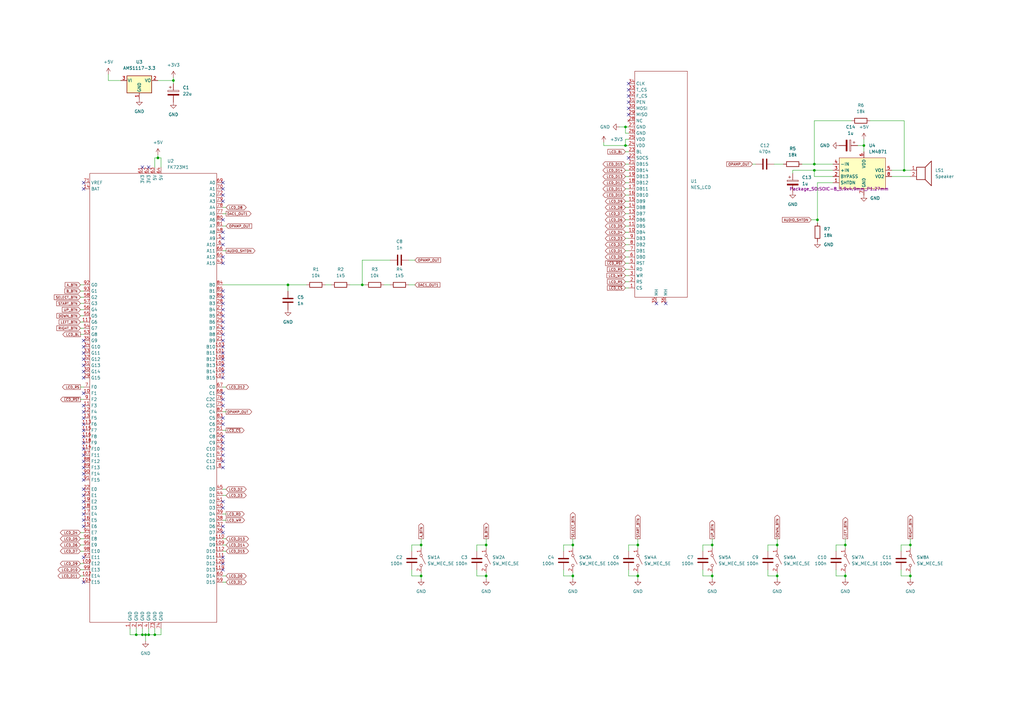
<source format=kicad_sch>
(kicad_sch (version 20230121) (generator eeschema)
  (paper "A3")
  (lib_symbols
    (symbol "Device:C" (pin_numbers hide) (pin_names (offset 0.254))
      (property "Reference" "C" (at 0.635 2.54 0))
      (property "Value" "C" (at 0.635 -2.54 0))
      (symbol "C_0_1"
        (polyline (pts (xy -2.032 -0.762) (xy 2.032 -0.762)) (stroke (width 0.508)))
        (polyline (pts (xy -2.032 0.762) (xy 2.032 0.762)) (stroke (width 0.508)))
      )
      (symbol "C_1_1"
        (pin passive line (at 0 3.81 270) (length 2.794) (name "~") (number "1"))
        (pin passive line (at 0 -3.81 90) (length 2.794) (name "~") (number "2"))
      )
    )
    (symbol "Device:C_Polarized" (pin_numbers hide) (pin_names (offset 0.254))
      (property "Reference" "C" (at 0.635 2.54 0))
      (property "Value" "C_Polarized" (at 0.635 -2.54 0))
      (symbol "C_Polarized_0_1"
        (rectangle (start -2.286 0.508) (end 2.286 1.016))
        (polyline (pts (xy -1.778 2.286) (xy -0.762 2.286)))
        (polyline (pts (xy -1.27 2.794) (xy -1.27 1.778)))
        (rectangle (start 2.286 -0.508) (end -2.286 -1.016) (fill (type outline)))
      )
      (symbol "C_Polarized_1_1"
        (pin passive line (at 0 3.81 270) (length 2.794) (name "~") (number "1"))
        (pin passive line (at 0 -3.81 90) (length 2.794) (name "~") (number "2"))
      )
    )
    (symbol "Device:R" (pin_numbers hide) (pin_names (offset 0))
      (property "Reference" "R" (at 2.032 0 90))
      (property "Value" "R" (at 0 0 90))
      (symbol "R_0_1"
        (rectangle (start -1.016 -2.54) (end 1.016 2.54) (stroke (width 0.254)))
      )
      (symbol "R_1_1"
        (pin passive line (at 0 3.81 270) (length 1.27) (name "~") (number "1"))
        (pin passive line (at 0 -3.81 90) (length 1.27) (name "~") (number "2"))
      )
    )
    (symbol "Device:Speaker" (pin_names (offset 0) hide)
      (property "Reference" "LS" (at 1.27 5.715 0))
      (property "Value" "Speaker" (at 1.27 3.81 0))
      (symbol "Speaker_0_0"
        (rectangle (start -2.54 1.27) (end 1.016 -3.81) (stroke (width 0.254)))
        (polyline (pts (xy 1.016 1.27) (xy 3.556 3.81) (xy 3.556 -6.35) (xy 1.016 -3.81)) (stroke (width 0.254)))
      )
      (symbol "Speaker_1_1"
        (pin input line (at -5.08 0 0) (length 2.54) (name "1") (number "1"))
        (pin input line (at -5.08 -2.54 0) (length 2.54) (name "2") (number "2"))
      )
    )
    (symbol "NES_Emulator_parts:FK723M1"
      (property "Reference" "U" (at 1.27 185.42 0))
      (property "Value" "FK723M1" (at 40.64 185.42 0))
      (symbol "FK723M1_0_1"
        (rectangle (start 0 184.15) (end 52.07 0))
      )
      (symbol "FK723M1_1_1"
        (pin power_out line (at 16.51 -2.54 90) (length 2.54) (name "GND") (number "1"))
        (pin bidirectional line (at -2.54 93.98 0) (length 2.54) (name "F1") (number "10"))
        (pin bidirectional line (at -2.54 24.13 0) (length 2.54) (name "E12") (number "100"))
        (pin bidirectional line (at 54.61 110.49 180) (length 2.54) (name "B11") (number "101"))
        (pin bidirectional line (at -2.54 19.05 0) (length 2.54) (name "E14") (number "102"))
        (pin bidirectional line (at 54.61 113.03 180) (length 2.54) (name "B10") (number "103"))
        (pin bidirectional line (at -2.54 16.51 0) (length 2.54) (name "E15") (number "104"))
        (pin bidirectional line (at 54.61 105.41 180) (length 2.54) (name "B13") (number "105"))
        (pin bidirectional line (at 54.61 102.87 180) (length 2.54) (name "B14") (number "106"))
        (pin bidirectional line (at 54.61 100.33 180) (length 2.54) (name "B15") (number "107"))
        (pin bidirectional line (at 54.61 107.95 180) (length 2.54) (name "B12") (number "108"))
        (pin bidirectional line (at 54.61 31.75 180) (length 2.54) (name "D9") (number "109"))
        (pin bidirectional line (at -2.54 88.9 0) (length 2.54) (name "F3") (number "11"))
        (pin bidirectional line (at 54.61 34.29 180) (length 2.54) (name "D8") (number "110"))
        (pin bidirectional line (at 54.61 26.67 180) (length 2.54) (name "D11") (number "111"))
        (pin bidirectional line (at 54.61 29.21 180) (length 2.54) (name "D10") (number "112"))
        (pin bidirectional line (at -2.54 81.28 0) (length 2.54) (name "F6") (number "113"))
        (pin bidirectional line (at -2.54 71.12 0) (length 2.54) (name "F10") (number "114"))
        (pin bidirectional line (at -2.54 78.74 0) (length 2.54) (name "F7") (number "115"))
        (pin bidirectional line (at -2.54 76.2 0) (length 2.54) (name "F8") (number "116"))
        (pin bidirectional line (at -2.54 123.19 0) (length 2.54) (name "G6") (number "117"))
        (pin bidirectional line (at -2.54 73.66 0) (length 2.54) (name "F9") (number "118"))
        (pin bidirectional line (at 54.61 21.59 180) (length 2.54) (name "D13") (number "119"))
        (pin bidirectional line (at -2.54 86.36 0) (length 2.54) (name "F4") (number "12"))
        (pin bidirectional line (at 54.61 24.13 180) (length 2.54) (name "D12") (number "120"))
        (pin bidirectional line (at -2.54 83.82 0) (length 2.54) (name "F5") (number "13"))
        (pin power_in line (at -2.54 177.8 0) (length 2.54) (name "BAT") (number "14"))
        (pin bidirectional line (at -2.54 39.37 0) (length 2.54) (name "E6") (number "15"))
        (pin bidirectional line (at -2.54 41.91 0) (length 2.54) (name "E5") (number "16"))
        (pin bidirectional line (at -2.54 44.45 0) (length 2.54) (name "E4") (number "17"))
        (pin bidirectional line (at -2.54 46.99 0) (length 2.54) (name "E3") (number "18"))
        (pin bidirectional line (at -2.54 49.53 0) (length 2.54) (name "E2") (number "19"))
        (pin power_out line (at 19.05 -2.54 90) (length 2.54) (name "GND") (number "2"))
        (pin bidirectional line (at 54.61 118.11 180) (length 2.54) (name "B8") (number "20"))
        (pin bidirectional line (at 54.61 115.57 180) (length 2.54) (name "B9") (number "21"))
        (pin bidirectional line (at -2.54 54.61 0) (length 2.54) (name "E0") (number "22"))
        (pin bidirectional line (at -2.54 52.07 0) (length 2.54) (name "E1") (number "23"))
        (pin bidirectional line (at 54.61 120.65 180) (length 2.54) (name "B7") (number "24"))
        (pin bidirectional line (at 54.61 123.19 180) (length 2.54) (name "B6") (number "25"))
        (pin bidirectional line (at 54.61 125.73 180) (length 2.54) (name "B5") (number "26"))
        (pin bidirectional line (at 54.61 128.27 180) (length 2.54) (name "B4") (number "27"))
        (pin bidirectional line (at 54.61 130.81 180) (length 2.54) (name "B3") (number "28"))
        (pin bidirectional line (at -2.54 100.33 0) (length 2.54) (name "G15") (number "29"))
        (pin power_out line (at 21.59 -2.54 90) (length 2.54) (name "GND") (number "3"))
        (pin bidirectional line (at -2.54 102.87 0) (length 2.54) (name "G14") (number "30"))
        (pin bidirectional line (at -2.54 105.41 0) (length 2.54) (name "G13") (number "31"))
        (pin bidirectional line (at -2.54 107.95 0) (length 2.54) (name "G12") (number "32"))
        (pin bidirectional line (at -2.54 110.49 0) (length 2.54) (name "G11") (number "33"))
        (pin bidirectional line (at -2.54 113.03 0) (length 2.54) (name "G10") (number "34"))
        (pin bidirectional line (at -2.54 115.57 0) (length 2.54) (name "G9") (number "35"))
        (pin bidirectional line (at 54.61 36.83 180) (length 2.54) (name "D7") (number "36"))
        (pin bidirectional line (at 54.61 39.37 180) (length 2.54) (name "D6") (number "37"))
        (pin bidirectional line (at 54.61 41.91 180) (length 2.54) (name "D5") (number "38"))
        (pin bidirectional line (at 54.61 44.45 180) (length 2.54) (name "D4") (number "39"))
        (pin power_out line (at 24.13 -2.54 90) (length 2.54) (name "GND") (number "4"))
        (pin bidirectional line (at 54.61 46.99 180) (length 2.54) (name "D3") (number "40"))
        (pin bidirectional line (at 54.61 49.53 180) (length 2.54) (name "D2") (number "41"))
        (pin bidirectional line (at 54.61 71.12 180) (length 2.54) (name "C10") (number "42"))
        (pin bidirectional line (at 54.61 147.32 180) (length 2.54) (name "A15") (number "43"))
        (pin bidirectional line (at 54.61 52.07 180) (length 2.54) (name "D1") (number "44"))
        (pin bidirectional line (at 54.61 54.61 180) (length 2.54) (name "D0") (number "45"))
        (pin bidirectional line (at 54.61 66.04 180) (length 2.54) (name "C12") (number "46"))
        (pin bidirectional line (at 54.61 68.58 180) (length 2.54) (name "C11") (number "47"))
        (pin bidirectional line (at 54.61 160.02 180) (length 2.54) (name "A8") (number "48"))
        (pin bidirectional line (at 54.61 73.66 180) (length 2.54) (name "C9") (number "49"))
        (pin bidirectional line (at 54.61 157.48 180) (length 2.54) (name "A9") (number "5"))
        (pin bidirectional line (at 54.61 76.2 180) (length 2.54) (name "C8") (number "50"))
        (pin bidirectional line (at 54.61 78.74 180) (length 2.54) (name "C7") (number "51"))
        (pin bidirectional line (at 54.61 81.28 180) (length 2.54) (name "C6") (number "52"))
        (pin bidirectional line (at -2.54 118.11 0) (length 2.54) (name "G8") (number "53"))
        (pin bidirectional line (at -2.54 120.65 0) (length 2.54) (name "G7") (number "54"))
        (pin bidirectional line (at -2.54 125.73 0) (length 2.54) (name "G5") (number "55"))
        (pin bidirectional line (at -2.54 128.27 0) (length 2.54) (name "G4") (number "56"))
        (pin bidirectional line (at -2.54 130.81 0) (length 2.54) (name "G3") (number "57"))
        (pin bidirectional line (at -2.54 133.35 0) (length 2.54) (name "G2") (number "58"))
        (pin bidirectional line (at 54.61 16.51 180) (length 2.54) (name "D15") (number "59"))
        (pin bidirectional line (at 54.61 154.94 180) (length 2.54) (name "A10") (number "6"))
        (pin bidirectional line (at 54.61 19.05 180) (length 2.54) (name "D14") (number "60"))
        (pin power_out line (at 21.59 186.69 270) (length 2.54) (name "3V3") (number "61"))
        (pin power_out line (at 24.13 186.69 270) (length 2.54) (name "3V3") (number "62"))
        (pin power_out line (at 26.67 186.69 270) (length 2.54) (name "5V") (number "63"))
        (pin power_out line (at 29.21 186.69 270) (length 2.54) (name "5V") (number "64"))
        (pin bidirectional line (at 54.61 149.86 180) (length 2.54) (name "A12") (number "65"))
        (pin bidirectional line (at 54.61 152.4 180) (length 2.54) (name "A11") (number "66"))
        (pin bidirectional line (at 54.61 96.52 180) (length 2.54) (name "C0") (number "67"))
        (pin bidirectional line (at 54.61 93.98 180) (length 2.54) (name "C1") (number "68"))
        (pin bidirectional line (at 54.61 180.34 180) (length 2.54) (name "A0") (number "69"))
        (pin bidirectional line (at -2.54 96.52 0) (length 2.54) (name "F0") (number "7"))
        (pin bidirectional line (at 54.61 177.8 180) (length 2.54) (name "A1") (number "70"))
        (pin output line (at -2.54 180.34 0) (length 2.54) (name "VREF") (number "71"))
        (pin bidirectional line (at 54.61 175.26 180) (length 2.54) (name "A2") (number "72"))
        (pin power_out line (at 26.67 -2.54 90) (length 2.54) (name "GND") (number "73"))
        (pin power_out line (at 29.21 -2.54 90) (length 2.54) (name "GND") (number "74"))
        (pin bidirectional line (at 54.61 88.9 180) (length 2.54) (name "C3C") (number "75"))
        (pin bidirectional line (at 54.61 91.44 180) (length 2.54) (name "C2C") (number "76"))
        (pin bidirectional line (at 54.61 167.64 180) (length 2.54) (name "A5") (number "77"))
        (pin bidirectional line (at 54.61 170.18 180) (length 2.54) (name "A4") (number "78"))
        (pin bidirectional line (at 54.61 172.72 180) (length 2.54) (name "A3") (number "79"))
        (pin bidirectional line (at 54.61 63.5 180) (length 2.54) (name "C13") (number "8"))
        (pin bidirectional line (at 54.61 165.1 180) (length 2.54) (name "A6") (number "80"))
        (pin bidirectional line (at 54.61 162.56 180) (length 2.54) (name "A7") (number "81"))
        (pin bidirectional line (at 54.61 86.36 180) (length 2.54) (name "C4") (number "82"))
        (pin bidirectional line (at 54.61 83.82 180) (length 2.54) (name "C5") (number "83"))
        (pin bidirectional line (at 54.61 138.43 180) (length 2.54) (name "B0") (number "84"))
        (pin bidirectional line (at 54.61 135.89 180) (length 2.54) (name "B1") (number "85"))
        (pin bidirectional line (at 54.61 133.35 180) (length 2.54) (name "B2") (number "86"))
        (pin bidirectional line (at -2.54 68.58 0) (length 2.54) (name "F11") (number "87"))
        (pin bidirectional line (at -2.54 66.04 0) (length 2.54) (name "F12") (number "88"))
        (pin bidirectional line (at -2.54 63.5 0) (length 2.54) (name "F13") (number "89"))
        (pin bidirectional line (at -2.54 91.44 0) (length 2.54) (name "F2") (number "9"))
        (pin bidirectional line (at -2.54 60.96 0) (length 2.54) (name "F14") (number "90"))
        (pin bidirectional line (at -2.54 58.42 0) (length 2.54) (name "F15") (number "91"))
        (pin bidirectional line (at -2.54 138.43 0) (length 2.54) (name "G0") (number "92"))
        (pin bidirectional line (at -2.54 135.89 0) (length 2.54) (name "G1") (number "93"))
        (pin bidirectional line (at -2.54 36.83 0) (length 2.54) (name "E7") (number "94"))
        (pin bidirectional line (at -2.54 31.75 0) (length 2.54) (name "E9") (number "95"))
        (pin bidirectional line (at -2.54 34.29 0) (length 2.54) (name "E8") (number "96"))
        (pin bidirectional line (at -2.54 26.67 0) (length 2.54) (name "E11") (number "97"))
        (pin bidirectional line (at -2.54 29.21 0) (length 2.54) (name "E10") (number "98"))
        (pin bidirectional line (at -2.54 21.59 0) (length 2.54) (name "E13") (number "99"))
      )
    )
    (symbol "NES_Emulator_parts:LM4871"
      (property "Reference" "U" (at 1.27 13.97 0))
      (property "Value" "LM4871" (at 3.81 -1.27 0))
      (symbol "LM4871_0_1"
        (rectangle (start 0 12.7) (end 19.05 0) (fill (type background)))
      )
      (symbol "LM4871_1_1"
        (pin input line (at -2.54 2.54 0) (length 2.54) (name "SHTDN") (number "1"))
        (pin output line (at -2.54 5.08 0) (length 2.54) (name "BYPASS") (number "2"))
        (pin input line (at -2.54 7.62 0) (length 2.54) (name "+IN") (number "3"))
        (pin input line (at -2.54 10.16 0) (length 2.54) (name "-IN") (number "4"))
        (pin output line (at 21.59 7.62 180) (length 2.54) (name "VO1") (number "5"))
        (pin power_in line (at 10.16 15.24 270) (length 2.54) (name "VDD") (number "6"))
        (pin input line (at 10.16 -2.54 90) (length 2.54) (name "GND") (number "7"))
        (pin output line (at 21.59 5.08 180) (length 2.54) (name "VO2") (number "8"))
      )
    )
    (symbol "NES_Emulator_parts:NES_LCD"
      (property "Reference" "U" (at 1.27 93.98 0))
      (property "Value" "NES_LCD" (at 11.43 93.98 0))
      (symbol "NES_LCD_0_1"
        (rectangle (start 0 92.71) (end 21.59 0))
      )
      (symbol "NES_LCD_1_1"
        (pin input line (at -2.54 3.81 0) (length 2.54) (name "CS") (number "1"))
        (pin bidirectional line (at -2.54 26.67 0) (length 2.54) (name "DB4") (number "10"))
        (pin bidirectional line (at -2.54 29.21 0) (length 2.54) (name "DB5") (number "11"))
        (pin bidirectional line (at -2.54 31.75 0) (length 2.54) (name "DB6") (number "12"))
        (pin bidirectional line (at -2.54 34.29 0) (length 2.54) (name "DB7") (number "13"))
        (pin bidirectional line (at -2.54 36.83 0) (length 2.54) (name "DB8") (number "14"))
        (pin bidirectional line (at -2.54 39.37 0) (length 2.54) (name "DB9") (number "15"))
        (pin bidirectional line (at -2.54 41.91 0) (length 2.54) (name "DB10") (number "16"))
        (pin bidirectional line (at -2.54 44.45 0) (length 2.54) (name "DB11") (number "17"))
        (pin bidirectional line (at -2.54 46.99 0) (length 2.54) (name "DB12") (number "18"))
        (pin bidirectional line (at -2.54 49.53 0) (length 2.54) (name "DB13") (number "19"))
        (pin input line (at -2.54 6.35 0) (length 2.54) (name "RS") (number "2"))
        (pin bidirectional line (at -2.54 52.07 0) (length 2.54) (name "DB14") (number "20"))
        (pin bidirectional line (at -2.54 54.61 0) (length 2.54) (name "DB15") (number "21"))
        (pin input line (at -2.54 57.15 0) (length 2.54) (name "SDCS") (number "22"))
        (pin input line (at -2.54 59.69 0) (length 2.54) (name "BL") (number "23"))
        (pin power_in line (at -2.54 62.23 0) (length 2.54) (name "VDD") (number "24"))
        (pin power_in line (at -2.54 64.77 0) (length 2.54) (name "VDD") (number "25"))
        (pin power_in line (at -2.54 67.31 0) (length 2.54) (name "GND") (number "26"))
        (pin power_in line (at -2.54 69.85 0) (length 2.54) (name "GND") (number "27"))
        (pin no_connect line (at -2.54 72.39 0) (length 2.54) (name "NC") (number "28"))
        (pin output line (at -2.54 74.93 0) (length 2.54) (name "MISO") (number "29"))
        (pin input line (at -2.54 8.89 0) (length 2.54) (name "WR") (number "3"))
        (pin input line (at -2.54 77.47 0) (length 2.54) (name "MOSI") (number "30"))
        (pin output line (at -2.54 80.01 0) (length 2.54) (name "PEN") (number "31"))
        (pin input line (at -2.54 82.55 0) (length 2.54) (name "F_CS") (number "32"))
        (pin input line (at -2.54 85.09 0) (length 2.54) (name "T_CS") (number "33"))
        (pin input line (at -2.54 87.63 0) (length 2.54) (name "CLK") (number "34"))
        (pin unspecified line (at 8.89 -2.54 90) (length 2.54) (name "MH") (number "35"))
        (pin unspecified line (at 12.7 -2.54 90) (length 2.54) (name "MH") (number "36"))
        (pin input line (at -2.54 11.43 0) (length 2.54) (name "RD") (number "4"))
        (pin input line (at -2.54 13.97 0) (length 2.54) (name "RST") (number "5"))
        (pin bidirectional line (at -2.54 16.51 0) (length 2.54) (name "DB0") (number "6"))
        (pin bidirectional line (at -2.54 19.05 0) (length 2.54) (name "DB1") (number "7"))
        (pin bidirectional line (at -2.54 21.59 0) (length 2.54) (name "DB2") (number "8"))
        (pin bidirectional line (at -2.54 24.13 0) (length 2.54) (name "DB3") (number "9"))
      )
    )
    (symbol "Regulator_Linear:AMS1117-3.3" (pin_names (offset 0.254))
      (property "Reference" "U" (at -3.81 3.175 0))
      (property "Value" "AMS1117-3.3" (at 0 3.175 0))
      (symbol "AMS1117-3.3_0_1"
        (rectangle (start -5.08 -5.08) (end 5.08 1.905) (stroke (width 0.254)) (fill (type background)))
      )
      (symbol "AMS1117-3.3_1_1"
        (pin power_in line (at 0 -7.62 90) (length 2.54) (name "GND") (number "1"))
        (pin power_out line (at 7.62 0 180) (length 2.54) (name "VO") (number "2"))
        (pin power_in line (at -7.62 0 0) (length 2.54) (name "VI") (number "3"))
      )
    )
    (symbol "Switch:SW_DPST_x2" (pin_names (offset 0) hide)
      (property "Reference" "SW" (at 0 3.175 0))
      (property "Value" "SW_DPST_x2" (at 0 -2.54 0))
      (symbol "SW_DPST_x2_0_0"
        (circle (center -2.032 0) (radius 0.508))
        (polyline (pts (xy -1.524 0.254) (xy 1.524 1.778)))
        (circle (center 2.032 0) (radius 0.508))
      )
      (symbol "SW_DPST_x2_1_1"
        (pin passive line (at -5.08 0 0) (length 2.54) (name "A") (number "1"))
        (pin passive line (at 5.08 0 180) (length 2.54) (name "B") (number "2"))
      )
      (symbol "SW_DPST_x2_2_1"
        (pin passive line (at -5.08 0 0) (length 2.54) (name "A") (number "3"))
        (pin passive line (at 5.08 0 180) (length 2.54) (name "B") (number "4"))
      )
    )
    (symbol "power:+3V3" (power) (pin_names (offset 0))
      (property "Value" "+3V3" (at 0 3.556 0))
      (symbol "+3V3_0_1"
        (polyline (pts (xy -0.762 1.27) (xy 0 2.54)))
        (polyline (pts (xy 0 0) (xy 0 2.54)))
        (polyline (pts (xy 0 2.54) (xy 0.762 1.27)))
      )
      (symbol "+3V3_1_1"
        (pin power_in line (at 0 0 90) (length 0) hide (name "+3V3") (number "1"))
      )
    )
    (symbol "power:+5V" (power) (pin_names (offset 0))
      (property "Value" "+5V" (at 0 3.556 0))
      (symbol "+5V_0_1"
        (polyline (pts (xy -0.762 1.27) (xy 0 2.54)))
        (polyline (pts (xy 0 0) (xy 0 2.54)))
        (polyline (pts (xy 0 2.54) (xy 0.762 1.27)))
      )
      (symbol "+5V_1_1"
        (pin power_in line (at 0 0 90) (length 0) hide (name "+5V") (number "1"))
      )
    )
    (symbol "power:GND" (power) (pin_names (offset 0))
      (property "Value" "GND" (at 0 -3.81 0))
      (symbol "GND_0_1"
        (polyline (pts (xy 0 0) (xy 0 -1.27) (xy 1.27 -1.27) (xy 0 -2.54) (xy -1.27 -1.27) (xy 0 -1.27)))
      )
      (symbol "GND_1_1"
        (pin power_in line (at 0 0 270) (length 0) hide (name "GND") (number "1"))
      )
    )
  )
  (junction (at 64.77 64.77))
  (junction (at 58.42 260.35))
  (junction (at 63.5 260.35))
  (junction (at 199.39 223.52))
  (junction (at 373.38 223.52))
  (junction (at 261.62 236.22))
  (junction (at 334.01 67.31))
  (junction (at 346.71 236.22))
  (junction (at 172.72 223.52))
  (junction (at 370.84 69.85))
  (junction (at 199.39 236.22))
  (junction (at 373.38 236.22))
  (junction (at 234.95 236.22))
  (junction (at 172.72 236.22))
  (junction (at 318.77 223.52))
  (junction (at 59.69 260.35))
  (junction (at 346.71 223.52))
  (junction (at 118.11 116.84))
  (junction (at 71.12 33.02))
  (junction (at 148.59 116.84))
  (junction (at 55.88 260.35))
  (junction (at 261.62 223.52))
  (junction (at 335.28 90.17))
  (junction (at 354.33 59.69))
  (junction (at 334.01 69.85))
  (junction (at 256.54 59.69))
  (junction (at 256.54 52.07))
  (junction (at 318.77 236.22))
  (junction (at 292.1 236.22))
  (junction (at 60.96 260.35))
  (junction (at 292.1 223.52))
  (junction (at 234.95 223.52))
  (no_connect (at 34.29 139.7))
  (no_connect (at 257.81 46.99))
  (no_connect (at 257.81 64.77))
  (no_connect (at 257.81 34.29))
  (no_connect (at 257.81 36.83))
  (no_connect (at 257.81 39.37))
  (no_connect (at 257.81 41.91))
  (no_connect (at 257.81 44.45))
  (no_connect (at 34.29 184.15))
  (no_connect (at 34.29 181.61))
  (no_connect (at 273.05 124.46))
  (no_connect (at 269.24 124.46))
  (no_connect (at 91.44 218.44))
  (no_connect (at 91.44 215.9))
  (no_connect (at 91.44 208.28))
  (no_connect (at 91.44 173.99))
  (no_connect (at 91.44 171.45))
  (no_connect (at 91.44 233.68))
  (no_connect (at 91.44 231.14))
  (no_connect (at 91.44 228.6))
  (no_connect (at 91.44 205.74))
  (no_connect (at 91.44 191.77))
  (no_connect (at 91.44 189.23))
  (no_connect (at 91.44 186.69))
  (no_connect (at 91.44 184.15))
  (no_connect (at 91.44 181.61))
  (no_connect (at 91.44 179.07))
  (no_connect (at 91.44 166.37))
  (no_connect (at 91.44 163.83))
  (no_connect (at 91.44 161.29))
  (no_connect (at 58.42 68.58))
  (no_connect (at 60.96 68.58))
  (no_connect (at 34.29 238.76))
  (no_connect (at 34.29 228.6))
  (no_connect (at 34.29 142.24))
  (no_connect (at 34.29 144.78))
  (no_connect (at 34.29 147.32))
  (no_connect (at 34.29 149.86))
  (no_connect (at 34.29 152.4))
  (no_connect (at 34.29 154.94))
  (no_connect (at 34.29 161.29))
  (no_connect (at 34.29 166.37))
  (no_connect (at 34.29 168.91))
  (no_connect (at 34.29 171.45))
  (no_connect (at 34.29 173.99))
  (no_connect (at 34.29 176.53))
  (no_connect (at 34.29 179.07))
  (no_connect (at 34.29 186.69))
  (no_connect (at 34.29 189.23))
  (no_connect (at 34.29 191.77))
  (no_connect (at 34.29 194.31))
  (no_connect (at 34.29 196.85))
  (no_connect (at 34.29 200.66))
  (no_connect (at 34.29 203.2))
  (no_connect (at 34.29 205.74))
  (no_connect (at 34.29 208.28))
  (no_connect (at 34.29 210.82))
  (no_connect (at 34.29 213.36))
  (no_connect (at 34.29 215.9))
  (no_connect (at 91.44 97.79))
  (no_connect (at 91.44 100.33))
  (no_connect (at 91.44 105.41))
  (no_connect (at 91.44 107.95))
  (no_connect (at 91.44 154.94))
  (no_connect (at 91.44 152.4))
  (no_connect (at 91.44 149.86))
  (no_connect (at 91.44 147.32))
  (no_connect (at 91.44 144.78))
  (no_connect (at 91.44 142.24))
  (no_connect (at 91.44 139.7))
  (no_connect (at 91.44 137.16))
  (no_connect (at 91.44 134.62))
  (no_connect (at 91.44 132.08))
  (no_connect (at 91.44 129.54))
  (no_connect (at 91.44 124.46))
  (no_connect (at 91.44 127))
  (no_connect (at 91.44 121.92))
  (no_connect (at 91.44 119.38))
  (no_connect (at 91.44 74.93))
  (no_connect (at 91.44 77.47))
  (no_connect (at 91.44 80.01))
  (no_connect (at 91.44 82.55))
  (no_connect (at 91.44 90.17))
  (no_connect (at 91.44 95.25))
  (no_connect (at 34.29 74.93))
  (no_connect (at 34.29 77.47))
  (wire (pts (xy 63.5 68.58) (xy 63.5 64.77)))
  (wire (pts (xy 167.64 106.68) (xy 170.18 106.68)))
  (wire (pts (xy 256.54 102.87) (xy 257.81 102.87)))
  (wire (pts (xy 118.11 119.38) (xy 118.11 116.84)))
  (wire (pts (xy 288.29 226.06) (xy 288.29 223.52)))
  (wire (pts (xy 172.72 236.22) (xy 168.91 236.22)))
  (wire (pts (xy 370.84 69.85) (xy 373.38 69.85)))
  (wire (pts (xy 91.44 176.53) (xy 92.71 176.53)))
  (wire (pts (xy 257.81 236.22) (xy 257.81 233.68)))
  (wire (pts (xy 91.44 168.91) (xy 92.71 168.91)))
  (wire (pts (xy 247.65 58.42) (xy 247.65 59.69)))
  (wire (pts (xy 370.84 49.53) (xy 370.84 69.85)))
  (wire (pts (xy 231.14 236.22) (xy 231.14 233.68)))
  (wire (pts (xy 199.39 236.22) (xy 199.39 234.95)))
  (wire (pts (xy 91.44 92.71) (xy 92.71 92.71)))
  (wire (pts (xy 58.42 260.35) (xy 59.69 260.35)))
  (wire (pts (xy 64.77 33.02) (xy 71.12 33.02)))
  (wire (pts (xy 34.29 236.22) (xy 33.02 236.22)))
  (wire (pts (xy 328.93 67.31) (xy 334.01 67.31)))
  (wire (pts (xy 314.96 236.22) (xy 314.96 233.68)))
  (wire (pts (xy 71.12 33.02) (xy 71.12 34.29)))
  (wire (pts (xy 261.62 220.98) (xy 261.62 223.52)))
  (wire (pts (xy 33.02 226.06) (xy 34.29 226.06)))
  (wire (pts (xy 292.1 220.98) (xy 292.1 223.52)))
  (wire (pts (xy 195.58 223.52) (xy 199.39 223.52)))
  (wire (pts (xy 234.95 236.22) (xy 231.14 236.22)))
  (wire (pts (xy 63.5 260.35) (xy 66.04 260.35)))
  (wire (pts (xy 346.71 236.22) (xy 342.9 236.22)))
  (wire (pts (xy 346.71 220.98) (xy 346.71 223.52)))
  (wire (pts (xy 373.38 236.22) (xy 373.38 234.95)))
  (wire (pts (xy 354.33 62.23) (xy 354.33 59.69)))
  (wire (pts (xy 91.44 226.06) (xy 92.71 226.06)))
  (wire (pts (xy 256.54 72.39) (xy 257.81 72.39)))
  (wire (pts (xy 199.39 223.52) (xy 199.39 224.79)))
  (wire (pts (xy 256.54 77.47) (xy 257.81 77.47)))
  (wire (pts (xy 256.54 85.09) (xy 257.81 85.09)))
  (wire (pts (xy 133.35 116.84) (xy 135.89 116.84)))
  (wire (pts (xy 33.02 158.75) (xy 34.29 158.75)))
  (wire (pts (xy 256.54 95.25) (xy 257.81 95.25)))
  (wire (pts (xy 33.02 223.52) (xy 34.29 223.52)))
  (wire (pts (xy 33.02 218.44) (xy 34.29 218.44)))
  (wire (pts (xy 334.01 67.31) (xy 341.63 67.31)))
  (wire (pts (xy 53.34 257.81) (xy 53.34 260.35)))
  (wire (pts (xy 55.88 260.35) (xy 58.42 260.35)))
  (wire (pts (xy 58.42 257.81) (xy 58.42 260.35)))
  (wire (pts (xy 373.38 236.22) (xy 369.57 236.22)))
  (wire (pts (xy 91.44 200.66) (xy 92.71 200.66)))
  (wire (pts (xy 148.59 116.84) (xy 149.86 116.84)))
  (wire (pts (xy 91.44 116.84) (xy 118.11 116.84)))
  (wire (pts (xy 256.54 87.63) (xy 257.81 87.63)))
  (wire (pts (xy 33.02 116.84) (xy 34.29 116.84)))
  (wire (pts (xy 369.57 236.22) (xy 369.57 233.68)))
  (wire (pts (xy 369.57 223.52) (xy 373.38 223.52)))
  (wire (pts (xy 168.91 236.22) (xy 168.91 233.68)))
  (wire (pts (xy 234.95 220.98) (xy 234.95 223.52)))
  (wire (pts (xy 342.9 223.52) (xy 346.71 223.52)))
  (wire (pts (xy 44.45 30.48) (xy 44.45 33.02)))
  (wire (pts (xy 342.9 236.22) (xy 342.9 233.68)))
  (wire (pts (xy 195.58 226.06) (xy 195.58 223.52)))
  (wire (pts (xy 346.71 236.22) (xy 346.71 234.95)))
  (wire (pts (xy 292.1 223.52) (xy 292.1 224.79)))
  (wire (pts (xy 317.5 67.31) (xy 321.31 67.31)))
  (wire (pts (xy 63.5 64.77) (xy 64.77 64.77)))
  (wire (pts (xy 256.54 113.03) (xy 257.81 113.03)))
  (wire (pts (xy 261.62 236.22) (xy 257.81 236.22)))
  (wire (pts (xy 33.02 134.62) (xy 34.29 134.62)))
  (wire (pts (xy 335.28 90.17) (xy 335.28 91.44)))
  (wire (pts (xy 234.95 223.52) (xy 234.95 224.79)))
  (wire (pts (xy 91.44 87.63) (xy 92.71 87.63)))
  (wire (pts (xy 257.81 54.61) (xy 256.54 54.61)))
  (wire (pts (xy 370.84 69.85) (xy 365.76 69.85)))
  (wire (pts (xy 256.54 62.23) (xy 257.81 62.23)))
  (wire (pts (xy 33.02 127) (xy 34.29 127)))
  (wire (pts (xy 365.76 72.39) (xy 373.38 72.39)))
  (wire (pts (xy 354.33 57.15) (xy 354.33 59.69)))
  (wire (pts (xy 33.02 137.16) (xy 34.29 137.16)))
  (wire (pts (xy 172.72 236.22) (xy 172.72 237.49)))
  (wire (pts (xy 292.1 236.22) (xy 288.29 236.22)))
  (wire (pts (xy 256.54 100.33) (xy 257.81 100.33)))
  (wire (pts (xy 256.54 92.71) (xy 257.81 92.71)))
  (wire (pts (xy 44.45 33.02) (xy 49.53 33.02)))
  (wire (pts (xy 195.58 236.22) (xy 195.58 233.68)))
  (wire (pts (xy 257.81 226.06) (xy 257.81 223.52)))
  (wire (pts (xy 91.44 238.76) (xy 92.71 238.76)))
  (wire (pts (xy 332.74 90.17) (xy 335.28 90.17)))
  (wire (pts (xy 261.62 236.22) (xy 261.62 234.95)))
  (wire (pts (xy 334.01 49.53) (xy 349.25 49.53)))
  (wire (pts (xy 256.54 107.95) (xy 257.81 107.95)))
  (wire (pts (xy 369.57 226.06) (xy 369.57 223.52)))
  (wire (pts (xy 231.14 223.52) (xy 234.95 223.52)))
  (wire (pts (xy 257.81 223.52) (xy 261.62 223.52)))
  (wire (pts (xy 288.29 223.52) (xy 292.1 223.52)))
  (wire (pts (xy 256.54 118.11) (xy 257.81 118.11)))
  (wire (pts (xy 356.87 49.53) (xy 370.84 49.53)))
  (wire (pts (xy 172.72 236.22) (xy 172.72 234.95)))
  (wire (pts (xy 256.54 82.55) (xy 257.81 82.55)))
  (wire (pts (xy 71.12 31.75) (xy 71.12 33.02)))
  (wire (pts (xy 34.29 233.68) (xy 33.02 233.68)))
  (wire (pts (xy 256.54 57.15) (xy 256.54 59.69)))
  (wire (pts (xy 91.44 203.2) (xy 92.71 203.2)))
  (wire (pts (xy 318.77 223.52) (xy 318.77 224.79)))
  (wire (pts (xy 292.1 236.22) (xy 292.1 237.49)))
  (wire (pts (xy 325.12 71.12) (xy 325.12 69.85)))
  (wire (pts (xy 91.44 158.75) (xy 92.71 158.75)))
  (wire (pts (xy 261.62 236.22) (xy 261.62 237.49)))
  (wire (pts (xy 59.69 260.35) (xy 60.96 260.35)))
  (wire (pts (xy 256.54 74.93) (xy 257.81 74.93)))
  (wire (pts (xy 168.91 226.06) (xy 168.91 223.52)))
  (wire (pts (xy 346.71 223.52) (xy 346.71 224.79)))
  (wire (pts (xy 157.48 116.84) (xy 160.02 116.84)))
  (wire (pts (xy 351.79 59.69) (xy 354.33 59.69)))
  (wire (pts (xy 33.02 119.38) (xy 34.29 119.38)))
  (wire (pts (xy 148.59 106.68) (xy 148.59 116.84)))
  (wire (pts (xy 231.14 226.06) (xy 231.14 223.52)))
  (wire (pts (xy 33.02 163.83) (xy 34.29 163.83)))
  (wire (pts (xy 342.9 226.06) (xy 342.9 223.52)))
  (wire (pts (xy 33.02 124.46) (xy 34.29 124.46)))
  (wire (pts (xy 64.77 64.77) (xy 66.04 64.77)))
  (wire (pts (xy 256.54 67.31) (xy 257.81 67.31)))
  (wire (pts (xy 318.77 220.98) (xy 318.77 223.52)))
  (wire (pts (xy 257.81 57.15) (xy 256.54 57.15)))
  (wire (pts (xy 308.61 67.31) (xy 309.88 67.31)))
  (wire (pts (xy 63.5 257.81) (xy 63.5 260.35)))
  (wire (pts (xy 318.77 236.22) (xy 318.77 234.95)))
  (wire (pts (xy 256.54 69.85) (xy 257.81 69.85)))
  (wire (pts (xy 373.38 236.22) (xy 373.38 237.49)))
  (wire (pts (xy 199.39 220.98) (xy 199.39 223.52)))
  (wire (pts (xy 60.96 257.81) (xy 60.96 260.35)))
  (wire (pts (xy 254 52.07) (xy 256.54 52.07)))
  (wire (pts (xy 318.77 236.22) (xy 314.96 236.22)))
  (wire (pts (xy 33.02 132.08) (xy 34.29 132.08)))
  (wire (pts (xy 341.63 74.93) (xy 335.28 74.93)))
  (wire (pts (xy 34.29 231.14) (xy 33.02 231.14)))
  (wire (pts (xy 91.44 210.82) (xy 92.71 210.82)))
  (wire (pts (xy 66.04 260.35) (xy 66.04 257.81)))
  (wire (pts (xy 33.02 121.92) (xy 34.29 121.92)))
  (wire (pts (xy 53.34 260.35) (xy 55.88 260.35)))
  (wire (pts (xy 91.44 220.98) (xy 92.71 220.98)))
  (wire (pts (xy 91.44 102.87) (xy 92.71 102.87)))
  (wire (pts (xy 256.54 80.01) (xy 257.81 80.01)))
  (wire (pts (xy 256.54 105.41) (xy 257.81 105.41)))
  (wire (pts (xy 199.39 236.22) (xy 199.39 237.49)))
  (wire (pts (xy 325.12 69.85) (xy 334.01 69.85)))
  (wire (pts (xy 292.1 236.22) (xy 292.1 234.95)))
  (wire (pts (xy 314.96 226.06) (xy 314.96 223.52)))
  (wire (pts (xy 256.54 110.49) (xy 257.81 110.49)))
  (wire (pts (xy 346.71 236.22) (xy 346.71 237.49)))
  (wire (pts (xy 256.54 97.79) (xy 257.81 97.79)))
  (wire (pts (xy 334.01 69.85) (xy 341.63 69.85)))
  (wire (pts (xy 247.65 59.69) (xy 256.54 59.69)))
  (wire (pts (xy 234.95 236.22) (xy 234.95 234.95)))
  (wire (pts (xy 334.01 69.85) (xy 334.01 72.39)))
  (wire (pts (xy 66.04 64.77) (xy 66.04 68.58)))
  (wire (pts (xy 261.62 223.52) (xy 261.62 224.79)))
  (wire (pts (xy 55.88 257.81) (xy 55.88 260.35)))
  (wire (pts (xy 199.39 236.22) (xy 195.58 236.22)))
  (wire (pts (xy 64.77 63.5) (xy 64.77 64.77)))
  (wire (pts (xy 118.11 116.84) (xy 125.73 116.84)))
  (wire (pts (xy 256.54 59.69) (xy 257.81 59.69)))
  (wire (pts (xy 167.64 116.84) (xy 170.18 116.84)))
  (wire (pts (xy 59.69 260.35) (xy 59.69 262.89)))
  (wire (pts (xy 91.44 236.22) (xy 92.71 236.22)))
  (wire (pts (xy 91.44 213.36) (xy 92.71 213.36)))
  (wire (pts (xy 314.96 223.52) (xy 318.77 223.52)))
  (wire (pts (xy 33.02 220.98) (xy 34.29 220.98)))
  (wire (pts (xy 91.44 223.52) (xy 92.71 223.52)))
  (wire (pts (xy 335.28 74.93) (xy 335.28 90.17)))
  (wire (pts (xy 318.77 236.22) (xy 318.77 237.49)))
  (wire (pts (xy 91.44 85.09) (xy 92.71 85.09)))
  (wire (pts (xy 234.95 236.22) (xy 234.95 237.49)))
  (wire (pts (xy 168.91 223.52) (xy 172.72 223.52)))
  (wire (pts (xy 373.38 223.52) (xy 373.38 224.79)))
  (wire (pts (xy 256.54 52.07) (xy 256.54 54.61)))
  (wire (pts (xy 341.63 72.39) (xy 334.01 72.39)))
  (wire (pts (xy 373.38 220.98) (xy 373.38 223.52)))
  (wire (pts (xy 172.72 223.52) (xy 172.72 224.79)))
  (wire (pts (xy 143.51 116.84) (xy 148.59 116.84)))
  (wire (pts (xy 172.72 220.98) (xy 172.72 223.52)))
  (wire (pts (xy 60.96 260.35) (xy 63.5 260.35)))
  (wire (pts (xy 256.54 115.57) (xy 257.81 115.57)))
  (wire (pts (xy 148.59 106.68) (xy 160.02 106.68)))
  (wire (pts (xy 256.54 52.07) (xy 257.81 52.07)))
  (wire (pts (xy 288.29 236.22) (xy 288.29 233.68)))
  (wire (pts (xy 256.54 90.17) (xy 257.81 90.17)))
  (wire (pts (xy 33.02 129.54) (xy 34.29 129.54)))
  (wire (pts (xy 334.01 49.53) (xy 334.01 67.31)))
  (global_label "LCD_D6" (shape bidirectional) (at 33.02 223.52 180) (effects (font (size 1 1))) (property "Intersheetrefs" "${INTERSHEET_REFS}" (effects hide)))
  (global_label "START_BTN" (shape output) (at 261.62 220.98 90) (effects (font (size 1 1))) (property "Intersheetrefs" "${INTERSHEET_REFS}" (effects hide)))
  (global_label "UP_BTN" (shape input) (at 33.02 127 180) (effects (font (size 1 1))) (property "Intersheetrefs" "${INTERSHEET_REFS}" (effects hide)))
  (global_label "B_BTN" (shape input) (at 33.02 119.38 180) (effects (font (size 1 1))) (property "Intersheetrefs" "${INTERSHEET_REFS}" (effects hide)))
  (global_label "LCD_D5" (shape bidirectional) (at 33.02 220.98 180) (effects (font (size 1 1))) (property "Intersheetrefs" "${INTERSHEET_REFS}" (effects hide)))
  (global_label "LCD_D0" (shape bidirectional) (at 256.54 105.41 180) (effects (font (size 1 1))) (property "Intersheetrefs" "${INTERSHEET_REFS}" (effects hide)))
  (global_label "SELECT_BTN" (shape output) (at 234.95 220.98 90) (effects (font (size 1 1))) (property "Intersheetrefs" "${INTERSHEET_REFS}" (effects hide)))
  (global_label "~{LCD_CS}" (shape input) (at 256.54 118.11 180) (effects (font (size 1 1))) (property "Intersheetrefs" "${INTERSHEET_REFS}" (effects hide)))
  (global_label "LCD_D5" (shape bidirectional) (at 256.54 92.71 180) (effects (font (size 1 1))) (property "Intersheetrefs" "${INTERSHEET_REFS}" (effects hide)))
  (global_label "LCD_D12" (shape bidirectional) (at 256.54 74.93 180) (effects (font (size 1 1))) (property "Intersheetrefs" "${INTERSHEET_REFS}" (effects hide)))
  (global_label "LCD_D4" (shape bidirectional) (at 33.02 218.44 180) (effects (font (size 1 1))) (property "Intersheetrefs" "${INTERSHEET_REFS}" (effects hide)))
  (global_label "LCD_D10" (shape bidirectional) (at 256.54 80.01 180) (effects (font (size 1 1))) (property "Intersheetrefs" "${INTERSHEET_REFS}" (effects hide)))
  (global_label "LEFT_BTN" (shape input) (at 33.02 132.08 180) (effects (font (size 1 1))) (property "Intersheetrefs" "${INTERSHEET_REFS}" (effects hide)))
  (global_label "DOWN_BTN" (shape output) (at 318.77 220.98 90) (effects (font (size 1 1))) (property "Intersheetrefs" "${INTERSHEET_REFS}" (effects hide)))
  (global_label "LCD_D8" (shape bidirectional) (at 92.71 85.09 0) (effects (font (size 1 1))) (property "Intersheetrefs" "${INTERSHEET_REFS}" (effects hide)))
  (global_label "LCD_RS" (shape output) (at 33.02 158.75 180) (effects (font (size 1 1))) (property "Intersheetrefs" "${INTERSHEET_REFS}" (effects hide)))
  (global_label "A_BTN" (shape input) (at 33.02 116.84 180) (effects (font (size 1 1))) (property "Intersheetrefs" "${INTERSHEET_REFS}" (effects hide)))
  (global_label "LCD_RS" (shape input) (at 256.54 115.57 180) (effects (font (size 1 1))) (property "Intersheetrefs" "${INTERSHEET_REFS}" (effects hide)))
  (global_label "LEFT_BTN" (shape output) (at 346.71 220.98 90) (effects (font (size 1 1))) (property "Intersheetrefs" "${INTERSHEET_REFS}" (effects hide)))
  (global_label "LCD_D3" (shape bidirectional) (at 92.71 203.2 0) (effects (font (size 1 1))) (property "Intersheetrefs" "${INTERSHEET_REFS}" (effects hide)))
  (global_label "AUDIO_SHTDN" (shape input) (at 332.74 90.17 180) (effects (font (size 1 1))) (property "Intersheetrefs" "${INTERSHEET_REFS}" (effects hide)))
  (global_label "LCD_RD" (shape output) (at 92.71 210.82 0) (effects (font (size 1 1))) (property "Intersheetrefs" "${INTERSHEET_REFS}" (effects hide)))
  (global_label "~{LCD_RST}" (shape output) (at 33.02 163.83 180) (effects (font (size 1 1))) (property "Intersheetrefs" "${INTERSHEET_REFS}" (effects hide)))
  (global_label "LCD_BL" (shape input) (at 256.54 62.23 180) (effects (font (size 1 1))) (property "Intersheetrefs" "${INTERSHEET_REFS}" (effects hide)))
  (global_label "LCD_D15" (shape bidirectional) (at 92.71 226.06 0) (effects (font (size 1 1))) (property "Intersheetrefs" "${INTERSHEET_REFS}" (effects hide)))
  (global_label "B_BTN" (shape output) (at 199.39 220.98 90) (effects (font (size 1 1))) (property "Intersheetrefs" "${INTERSHEET_REFS}" (effects hide)))
  (global_label "LCD_D7" (shape bidirectional) (at 256.54 87.63 180) (effects (font (size 1 1))) (property "Intersheetrefs" "${INTERSHEET_REFS}" (effects hide)))
  (global_label "LCD_D0" (shape bidirectional) (at 92.71 236.22 0) (effects (font (size 1 1))) (property "Intersheetrefs" "${INTERSHEET_REFS}" (effects hide)))
  (global_label "RIGHT_BTN" (shape output) (at 373.38 220.98 90) (effects (font (size 1 1))) (property "Intersheetrefs" "${INTERSHEET_REFS}" (effects hide)))
  (global_label "LCD_D14" (shape bidirectional) (at 92.71 223.52 0) (effects (font (size 1 1))) (property "Intersheetrefs" "${INTERSHEET_REFS}" (effects hide)))
  (global_label "DAC1_OUT1" (shape input) (at 170.18 116.84 0) (effects (font (size 1 1))) (property "Intersheetrefs" "${INTERSHEET_REFS}" (effects hide)))
  (global_label "LCD_D11" (shape bidirectional) (at 33.02 236.22 180) (effects (font (size 1 1))) (property "Intersheetrefs" "${INTERSHEET_REFS}" (effects hide)))
  (global_label "LCD_D2" (shape bidirectional) (at 256.54 100.33 180) (effects (font (size 1 1))) (property "Intersheetrefs" "${INTERSHEET_REFS}" (effects hide)))
  (global_label "START_BTN" (shape input) (at 33.02 124.46 180) (effects (font (size 1 1))) (property "Intersheetrefs" "${INTERSHEET_REFS}" (effects hide)))
  (global_label "LCD_D15" (shape bidirectional) (at 256.54 67.31 180) (effects (font (size 1 1))) (property "Intersheetrefs" "${INTERSHEET_REFS}" (effects hide)))
  (global_label "RIGHT_BTN" (shape input) (at 33.02 134.62 180) (effects (font (size 1 1))) (property "Intersheetrefs" "${INTERSHEET_REFS}" (effects hide)))
  (global_label "LCD_D6" (shape bidirectional) (at 256.54 90.17 180) (effects (font (size 1 1))) (property "Intersheetrefs" "${INTERSHEET_REFS}" (effects hide)))
  (global_label "LCD_D9" (shape bidirectional) (at 33.02 231.14 180) (effects (font (size 1 1))) (property "Intersheetrefs" "${INTERSHEET_REFS}" (effects hide)))
  (global_label "OPAMP_OUT" (shape input) (at 92.71 92.71 0) (effects (font (size 1 1))) (property "Intersheetrefs" "${INTERSHEET_REFS}" (effects hide)))
  (global_label "LCD_D10" (shape bidirectional) (at 33.02 233.68 180) (effects (font (size 1 1))) (property "Intersheetrefs" "${INTERSHEET_REFS}" (effects hide)))
  (global_label "DOWN_BTN" (shape input) (at 33.02 129.54 180) (effects (font (size 1 1))) (property "Intersheetrefs" "${INTERSHEET_REFS}" (effects hide)))
  (global_label "A_BTN" (shape output) (at 172.72 220.98 90) (effects (font (size 1 1))) (property "Intersheetrefs" "${INTERSHEET_REFS}" (effects hide)))
  (global_label "LCD_D11" (shape bidirectional) (at 256.54 77.47 180) (effects (font (size 1 1))) (property "Intersheetrefs" "${INTERSHEET_REFS}" (effects hide)))
  (global_label "LCD_D3" (shape bidirectional) (at 256.54 97.79 180) (effects (font (size 1 1))) (property "Intersheetrefs" "${INTERSHEET_REFS}" (effects hide)))
  (global_label "LCD_WR" (shape output) (at 92.71 213.36 0) (effects (font (size 1 1))) (property "Intersheetrefs" "${INTERSHEET_REFS}" (effects hide)))
  (global_label "OPAMP_OUT" (shape output) (at 92.71 168.91 0) (effects (font (size 1 1))) (property "Intersheetrefs" "${INTERSHEET_REFS}" (effects hide)))
  (global_label "LCD_RD" (shape input) (at 256.54 110.49 180) (effects (font (size 1 1))) (property "Intersheetrefs" "${INTERSHEET_REFS}" (effects hide)))
  (global_label "SELECT_BTN" (shape input) (at 33.02 121.92 180) (effects (font (size 1 1))) (property "Intersheetrefs" "${INTERSHEET_REFS}" (effects hide)))
  (global_label "LCD_D9" (shape bidirectional) (at 256.54 82.55 180) (effects (font (size 1 1))) (property "Intersheetrefs" "${INTERSHEET_REFS}" (effects hide)))
  (global_label "OPAMP_OUT" (shape input) (at 308.61 67.31 180) (effects (font (size 1 1))) (property "Intersheetrefs" "${INTERSHEET_REFS}" (effects hide)))
  (global_label "LCD_D13" (shape bidirectional) (at 256.54 72.39 180) (effects (font (size 1 1))) (property "Intersheetrefs" "${INTERSHEET_REFS}" (effects hide)))
  (global_label "LCD_WR" (shape input) (at 256.54 113.03 180) (effects (font (size 1 1))) (property "Intersheetrefs" "${INTERSHEET_REFS}" (effects hide)))
  (global_label "LCD_D7" (shape bidirectional) (at 33.02 226.06 180) (effects (font (size 1 1))) (property "Intersheetrefs" "${INTERSHEET_REFS}" (effects hide)))
  (global_label "DAC1_OUT1" (shape output) (at 92.71 87.63 0) (effects (font (size 1 1))) (property "Intersheetrefs" "${INTERSHEET_REFS}" (effects hide)))
  (global_label "LCD_BL" (shape output) (at 33.02 137.16 180) (effects (font (size 1 1))) (property "Intersheetrefs" "${INTERSHEET_REFS}" (effects hide)))
  (global_label "LCD_D13" (shape bidirectional) (at 92.71 220.98 0) (effects (font (size 1 1))) (property "Intersheetrefs" "${INTERSHEET_REFS}" (effects hide)))
  (global_label "LCD_D1" (shape bidirectional) (at 92.71 238.76 0) (effects (font (size 1 1))) (property "Intersheetrefs" "${INTERSHEET_REFS}" (effects hide)))
  (global_label "UP_BTN" (shape output) (at 292.1 220.98 90) (effects (font (size 1 1))) (property "Intersheetrefs" "${INTERSHEET_REFS}" (effects hide)))
  (global_label "LCD_D4" (shape bidirectional) (at 256.54 95.25 180) (effects (font (size 1 1))) (property "Intersheetrefs" "${INTERSHEET_REFS}" (effects hide)))
  (global_label "~{LCD_CS}" (shape output) (at 92.71 176.53 0) (effects (font (size 1 1))) (property "Intersheetrefs" "${INTERSHEET_REFS}" (effects hide)))
  (global_label "LCD_D14" (shape bidirectional) (at 256.54 69.85 180) (effects (font (size 1 1))) (property "Intersheetrefs" "${INTERSHEET_REFS}" (effects hide)))
  (global_label "AUDIO_SHTDN" (shape output) (at 92.71 102.87 0) (effects (font (size 1 1))) (property "Intersheetrefs" "${INTERSHEET_REFS}" (effects hide)))
  (global_label "LCD_D12" (shape bidirectional) (at 92.71 158.75 0) (effects (font (size 1 1))) (property "Intersheetrefs" "${INTERSHEET_REFS}" (effects hide)))
  (global_label "OPAMP_OUT" (shape input) (at 170.18 106.68 0) (effects (font (size 1 1))) (property "Intersheetrefs" "${INTERSHEET_REFS}" (effects hide)))
  (global_label "~{LCD_RST}" (shape input) (at 256.54 107.95 180) (effects (font (size 1 1))) (property "Intersheetrefs" "${INTERSHEET_REFS}" (effects hide)))
  (global_label "LCD_D8" (shape bidirectional) (at 256.54 85.09 180) (effects (font (size 1 1))) (property "Intersheetrefs" "${INTERSHEET_REFS}" (effects hide)))
  (global_label "LCD_D2" (shape bidirectional) (at 92.71 200.66 0) (effects (font (size 1 1))) (property "Intersheetrefs" "${INTERSHEET_REFS}" (effects hide)))
  (global_label "LCD_D1" (shape bidirectional) (at 256.54 102.87 180) (effects (font (size 1 1))) (property "Intersheetrefs" "${INTERSHEET_REFS}" (effects hide)))
  (symbol (lib_id "power:+5V") (at 44.45 30.48 0) (unit 1)
    (property "Reference" "#PWR02" (effects hide))
    (property "Value" "+5V" (at 44.45 25.4 0))
  )
  (symbol (lib_id "power:GND") (at 335.28 99.06 0) (unit 1)
    (property "Reference" "#PWR0103" (effects hide))
    (property "Value" "GND" (at 337.82 100.3299 0) (effects (justify left)))
  )
  (symbol (lib_id "Device:R") (at 129.54 116.84 90) (unit 1)
    (property "Reference" "R1" (at 129.54 110.49 90))
    (property "Value" "10k" (at 129.54 113.03 90))
    (property "Footprint" "Resistor_SMD:R_0805_2012Metric_Pad1.20x1.40mm_HandSolder" (effects hide))
  )
  (symbol (lib_id "power:+3V3") (at 71.12 31.75 0) (unit 1)
    (property "Reference" "#PWR06" (effects hide))
    (property "Value" "+3V3" (at 71.12 26.67 0))
  )
  (symbol (lib_id "power:GND") (at 373.38 237.49 0) (unit 1)
    (property "Reference" "#PWR013" (effects hide))
    (property "Value" "GND" (at 373.38 242.57 0))
  )
  (symbol (lib_id "Switch:SW_DPST_x2") (at 199.39 229.87 270) (unit 1)
    (property "Reference" "SW2" (at 201.93 228.6 90) (effects (justify left)))
    (property "Value" "SW_MEC_5E" (at 201.93 231.14 90) (effects (justify left)))
    (property "Footprint" "Button_Switch_THT:SW_PUSH-12mm_Wuerth-430476085716" (effects hide))
  )
  (symbol (lib_id "power:GND") (at 254 52.07 270) (unit 1)
    (property "Reference" "#PWR015" (effects hide))
    (property "Value" "GND" (at 250.19 52.0699 90) (effects (justify right)))
  )
  (symbol (lib_id "power:GND") (at 172.72 237.49 0) (unit 1)
    (property "Reference" "#PWR01" (effects hide))
    (property "Value" "GND" (at 172.72 242.57 0))
  )
  (symbol (lib_id "Device:C") (at 342.9 229.87 0) (mirror x) (unit 1)
    (property "Reference" "C10" (at 339.09 228.5999 0) (effects (justify right)))
    (property "Value" "100n" (at 339.09 231.1399 0) (effects (justify right)))
    (property "Footprint" "Capacitor_SMD:C_0805_2012Metric_Pad1.18x1.45mm_HandSolder" (effects hide))
  )
  (symbol (lib_id "power:GND") (at 261.62 237.49 0) (unit 1)
    (property "Reference" "#PWR09" (effects hide))
    (property "Value" "GND" (at 261.62 242.57 0))
  )
  (symbol (lib_id "Device:R") (at 335.28 95.25 180) (unit 1)
    (property "Reference" "R7" (at 337.82 93.9799 0) (effects (justify right)))
    (property "Value" "18k" (at 337.82 96.5199 0) (effects (justify right)))
    (property "Footprint" "Resistor_SMD:R_0805_2012Metric_Pad1.20x1.40mm_HandSolder" (effects hide))
  )
  (symbol (lib_id "Device:R") (at 353.06 49.53 90) (unit 1)
    (property "Reference" "R6" (at 353.06 43.18 90))
    (property "Value" "18k" (at 353.06 45.72 90))
    (property "Footprint" "Resistor_SMD:R_0805_2012Metric_Pad1.20x1.40mm_HandSolder" (effects hide))
  )
  (symbol (lib_id "Device:C") (at 195.58 229.87 0) (mirror x) (unit 1)
    (property "Reference" "C3" (at 191.77 228.5999 0) (effects (justify right)))
    (property "Value" "100n" (at 191.77 231.1399 0) (effects (justify right)))
    (property "Footprint" "Capacitor_SMD:C_0805_2012Metric_Pad1.18x1.45mm_HandSolder" (effects hide))
  )
  (symbol (lib_id "Device:Speaker") (at 378.46 69.85 0) (unit 1)
    (property "Reference" "LS1" (at 383.54 69.8499 0) (effects (justify left)))
    (property "Value" "Speaker" (at 383.54 72.3899 0) (effects (justify left)))
    (property "Footprint" "NES_Emulator:PCB_SPEAKER" (effects hide))
  )
  (symbol (lib_id "Regulator_Linear:AMS1117-3.3") (at 57.15 33.02 0) (unit 1)
    (property "Reference" "U3" (at 57.15 25.4 0))
    (property "Value" "AMS1117-3.3" (at 57.15 27.94 0))
    (property "Footprint" "Package_TO_SOT_SMD:SOT-223-3_TabPin2" (effects hide))
    (property "Datasheet" "http://www.advanced-monolithic.com/pdf/ds1117.pdf" (effects hide))
  )
  (symbol (lib_id "power:GND") (at 318.77 237.49 0) (unit 1)
    (property "Reference" "#PWR011" (effects hide))
    (property "Value" "GND" (at 318.77 242.57 0))
  )
  (symbol (lib_id "power:GND") (at 354.33 80.01 0) (unit 1)
    (property "Reference" "#PWR019" (effects hide))
    (property "Value" "GND" (at 356.87 81.2799 0) (effects (justify left)))
  )
  (symbol (lib_id "Device:C") (at 369.57 229.87 0) (mirror x) (unit 1)
    (property "Reference" "C11" (at 365.76 228.5999 0) (effects (justify right)))
    (property "Value" "100n" (at 365.76 231.1399 0) (effects (justify right)))
    (property "Footprint" "Capacitor_SMD:C_0805_2012Metric_Pad1.18x1.45mm_HandSolder" (effects hide))
  )
  (symbol (lib_id "power:GND") (at 57.15 40.64 0) (unit 1)
    (property "Reference" "#PWR0101" (effects hide))
    (property "Value" "GND" (at 57.15 45.72 0))
  )
  (symbol (lib_id "NES_Emulator_parts:LM4871") (at 344.17 77.47 0) (unit 1)
    (property "Reference" "U4" (at 356.3494 59.69 0) (effects (justify left)))
    (property "Value" "LM4871" (at 356.3494 62.23 0) (effects (justify left)))
    (property "Footprint" "Package_SO:SOIC-8_3.9x4.9mm_P1.27mm" (at 344.17 77.47 0))
  )
  (symbol (lib_id "power:GND") (at 71.12 41.91 0) (unit 1)
    (property "Reference" "#PWR0102" (effects hide))
    (property "Value" "GND" (at 71.12 46.99 0))
  )
  (symbol (lib_id "power:+3V3") (at 247.65 58.42 0) (unit 1)
    (property "Reference" "#PWR014" (effects hide))
    (property "Value" "+3V3" (at 250.19 57.1499 0) (effects (justify left)))
  )
  (symbol (lib_id "power:+5V") (at 354.33 57.15 0) (unit 1)
    (property "Reference" "#PWR0104" (effects hide))
    (property "Value" "+5V" (at 354.33 52.07 0))
  )
  (symbol (lib_id "Device:C") (at 168.91 229.87 0) (mirror x) (unit 1)
    (property "Reference" "C2" (at 165.1 228.5999 0) (effects (justify right)))
    (property "Value" "100n" (at 165.1 231.1399 0) (effects (justify right)))
    (property "Footprint" "Capacitor_SMD:C_0805_2012Metric_Pad1.18x1.45mm_HandSolder" (effects hide))
  )
  (symbol (lib_id "power:GND") (at 59.69 262.89 0) (unit 1)
    (property "Reference" "#PWR03" (effects hide))
    (property "Value" "GND" (at 59.69 267.97 0))
  )
  (symbol (lib_id "Device:R") (at 163.83 116.84 90) (unit 1)
    (property "Reference" "R4" (at 163.83 110.49 90))
    (property "Value" "1k5" (at 163.83 113.03 90))
    (property "Footprint" "Resistor_SMD:R_0805_2012Metric_Pad1.20x1.40mm_HandSolder" (effects hide))
  )
  (symbol (lib_id "Device:C_Polarized") (at 347.98 59.69 270) (unit 1)
    (property "Reference" "C14" (at 348.869 52.07 90))
    (property "Value" "1u" (at 348.869 54.61 90))
    (property "Footprint" "Capacitor_THT:CP_Radial_D4.0mm_P2.00mm" (effects hide))
  )
  (symbol (lib_id "power:+5V") (at 64.77 63.5 0) (unit 1)
    (property "Reference" "#PWR04" (effects hide))
    (property "Value" "+5V" (at 64.77 58.42 0))
  )
  (symbol (lib_id "Device:C") (at 163.83 106.68 270) (unit 1)
    (property "Reference" "C8" (at 163.83 99.06 90))
    (property "Value" "1n" (at 163.83 101.6 90))
    (property "Footprint" "Capacitor_THT:C_Disc_D4.7mm_W2.5mm_P5.00mm" (effects hide))
  )
  (symbol (lib_id "Switch:SW_DPST_x2") (at 318.77 229.87 270) (unit 1)
    (property "Reference" "SW6" (at 321.31 228.6 90) (effects (justify left)))
    (property "Value" "SW_MEC_5E" (at 321.31 231.14 90) (effects (justify left)))
    (property "Footprint" "Button_Switch_THT:SW_PUSH-12mm_Wuerth-430476085716" (effects hide))
  )
  (symbol (lib_id "Device:R") (at 153.67 116.84 90) (unit 1)
    (property "Reference" "R3" (at 153.67 110.49 90))
    (property "Value" "10k" (at 153.67 113.03 90))
    (property "Footprint" "Resistor_SMD:R_0805_2012Metric_Pad1.20x1.40mm_HandSolder" (effects hide))
  )
  (symbol (lib_id "Switch:SW_DPST_x2") (at 172.72 229.87 270) (unit 1)
    (property "Reference" "SW1" (at 175.26 228.6 90) (effects (justify left)))
    (property "Value" "SW_MEC_5E" (at 175.26 231.14 90) (effects (justify left)))
    (property "Footprint" "Button_Switch_THT:SW_PUSH-12mm_Wuerth-430476085716" (effects hide))
  )
  (symbol (lib_id "Device:C") (at 231.14 229.87 0) (mirror x) (unit 1)
    (property "Reference" "C4" (at 227.33 228.5999 0) (effects (justify right)))
    (property "Value" "100n" (at 227.33 231.1399 0) (effects (justify right)))
    (property "Footprint" "Capacitor_SMD:C_0805_2012Metric_Pad1.18x1.45mm_HandSolder" (effects hide))
  )
  (symbol (lib_id "NES_Emulator_parts:FK723M1") (at 36.83 255.27 0) (unit 1)
    (property "Reference" "U2" (at 68.58 66.04 0) (effects (justify left)))
    (property "Value" "FK723M1" (at 68.58 68.58 0) (effects (justify left)))
    (property "Footprint" "NES_Emulator:FK723M1" (effects hide))
  )
  (symbol (lib_id "Device:C_Polarized") (at 325.12 74.93 0) (unit 1)
    (property "Reference" "C13" (at 328.93 72.7709 0) (effects (justify left)))
    (property "Value" "1u" (at 328.93 75.3109 0) (effects (justify left)))
    (property "Footprint" "Capacitor_THT:CP_Radial_D4.0mm_P2.00mm" (effects hide))
  )
  (symbol (lib_id "Device:C") (at 313.69 67.31 270) (unit 1)
    (property "Reference" "C12" (at 313.69 59.69 90))
    (property "Value" "470n" (at 313.69 62.23 90))
    (property "Footprint" "Capacitor_THT:C_Disc_D8.0mm_W5.0mm_P7.50mm" (effects hide))
  )
  (symbol (lib_id "Switch:SW_DPST_x2") (at 346.71 229.87 270) (unit 1)
    (property "Reference" "SW7" (at 349.25 228.6 90) (effects (justify left)))
    (property "Value" "SW_MEC_5E" (at 349.25 231.14 90) (effects (justify left)))
    (property "Footprint" "Button_Switch_THT:SW_PUSH-12mm_Wuerth-430476085716" (effects hide))
  )
  (symbol (lib_id "Device:C") (at 314.96 229.87 0) (mirror x) (unit 1)
    (property "Reference" "C9" (at 311.15 228.5999 0) (effects (justify right)))
    (property "Value" "100n" (at 311.15 231.1399 0) (effects (justify right)))
    (property "Footprint" "Capacitor_SMD:C_0805_2012Metric_Pad1.18x1.45mm_HandSolder" (effects hide))
  )
  (symbol (lib_id "Switch:SW_DPST_x2") (at 261.62 229.87 270) (unit 1)
    (property "Reference" "SW4" (at 264.16 228.6 90) (effects (justify left)))
    (property "Value" "SW_MEC_5E" (at 264.16 231.14 90) (effects (justify left)))
    (property "Footprint" "Button_Switch_SMD:SW_SPST_PTS645" (effects hide))
  )
  (symbol (lib_id "power:GND") (at 199.39 237.49 0) (unit 1)
    (property "Reference" "#PWR05" (effects hide))
    (property "Value" "GND" (at 199.39 242.57 0))
  )
  (symbol (lib_id "Device:C") (at 118.11 123.19 180) (unit 1)
    (property "Reference" "C5" (at 121.92 121.9199 0) (effects (justify right)))
    (property "Value" "1n" (at 121.92 124.4599 0) (effects (justify right)))
    (property "Footprint" "Capacitor_THT:C_Disc_D4.7mm_W2.5mm_P5.00mm" (effects hide))
  )
  (symbol (lib_id "power:GND") (at 344.17 59.69 270) (unit 1)
    (property "Reference" "#PWR018" (effects hide))
    (property "Value" "GND" (at 340.36 59.6899 90) (effects (justify right)))
  )
  (symbol (lib_id "Device:C") (at 288.29 229.87 0) (mirror x) (unit 1)
    (property "Reference" "C7" (at 284.48 228.5999 0) (effects (justify right)))
    (property "Value" "100n" (at 284.48 231.1399 0) (effects (justify right)))
    (property "Footprint" "Capacitor_SMD:C_0805_2012Metric_Pad1.18x1.45mm_HandSolder" (effects hide))
  )
  (symbol (lib_id "Device:R") (at 139.7 116.84 90) (unit 1)
    (property "Reference" "R2" (at 139.7 110.49 90))
    (property "Value" "1k5" (at 139.7 113.03 90))
    (property "Footprint" "Resistor_SMD:R_0805_2012Metric_Pad1.20x1.40mm_HandSolder" (effects hide))
  )
  (symbol (lib_id "Device:C") (at 257.81 229.87 0) (mirror x) (unit 1)
    (property "Reference" "C6" (at 254 228.5999 0) (effects (justify right)))
    (property "Value" "100n" (at 254 231.1399 0) (effects (justify right)))
    (property "Footprint" "Capacitor_SMD:C_0805_2012Metric_Pad1.18x1.45mm_HandSolder" (effects hide))
  )
  (symbol (lib_id "Switch:SW_DPST_x2") (at 292.1 229.87 270) (unit 1)
    (property "Reference" "SW5" (at 294.64 228.6 90) (effects (justify left)))
    (property "Value" "SW_MEC_5E" (at 294.64 231.14 90) (effects (justify left)))
    (property "Footprint" "Button_Switch_THT:SW_PUSH-12mm_Wuerth-430476085716" (effects hide))
  )
  (symbol (lib_id "Device:C_Polarized") (at 71.12 38.1 0) (unit 1)
    (property "Reference" "C1" (at 74.93 35.9409 0) (effects (justify left)))
    (property "Value" "22u" (at 74.93 38.4809 0) (effects (justify left)))
    (property "Footprint" "Capacitor_THT:CP_Radial_D4.0mm_P2.00mm" (effects hide))
  )
  (symbol (lib_id "power:GND") (at 346.71 237.49 0) (unit 1)
    (property "Reference" "#PWR012" (effects hide))
    (property "Value" "GND" (at 346.71 242.57 0))
  )
  (symbol (lib_id "Switch:SW_DPST_x2") (at 373.38 229.87 270) (unit 1)
    (property "Reference" "SW8" (at 375.92 228.6 90) (effects (justify left)))
    (property "Value" "SW_MEC_5E" (at 375.92 231.14 90) (effects (justify left)))
    (property "Footprint" "Button_Switch_THT:SW_PUSH-12mm_Wuerth-430476085716" (effects hide))
  )
  (symbol (lib_id "power:GND") (at 234.95 237.49 0) (unit 1)
    (property "Reference" "#PWR07" (effects hide))
    (property "Value" "GND" (at 234.95 242.57 0))
  )
  (symbol (lib_id "Device:R") (at 325.12 67.31 90) (unit 1)
    (property "Reference" "R5" (at 325.12 60.96 90))
    (property "Value" "18k" (at 325.12 63.5 90))
    (property "Footprint" "Resistor_SMD:R_0805_2012Metric_Pad1.20x1.40mm_HandSolder" (effects hide))
  )
  (symbol (lib_id "power:GND") (at 292.1 237.49 0) (unit 1)
    (property "Reference" "#PWR010" (effects hide))
    (property "Value" "GND" (at 292.1 242.57 0))
  )
  (symbol (lib_id "Switch:SW_DPST_x2") (at 234.95 229.87 270) (unit 1)
    (property "Reference" "SW3" (at 237.49 228.6 90) (effects (justify left)))
    (property "Value" "SW_MEC_5E" (at 237.49 231.14 90) (effects (justify left)))
    (property "Footprint" "Button_Switch_SMD:SW_SPST_PTS645" (effects hide))
  )
  (symbol (lib_id "power:GND") (at 325.12 78.74 0) (unit 1)
    (property "Reference" "#PWR016" (effects hide))
    (property "Value" "GND" (at 325.12 83.82 0))
  )
  (symbol (lib_id "power:GND") (at 118.11 127 0) (unit 1)
    (property "Reference" "#PWR08" (effects hide))
    (property "Value" "GND" (at 118.11 132.08 0))
  )
  (symbol (lib_id "NES_Emulator_parts:NES_LCD") (at 260.35 121.92 0) (unit 1)
    (property "Reference" "U1" (at 283.21 74.2949 0) (effects (justify left)))
    (property "Value" "NES_LCD" (at 283.21 76.8349 0) (effects (justify left)))
    (property "Footprint" "NES_Emulator:NES_LCD" (effects hide))
  )
)
</source>
